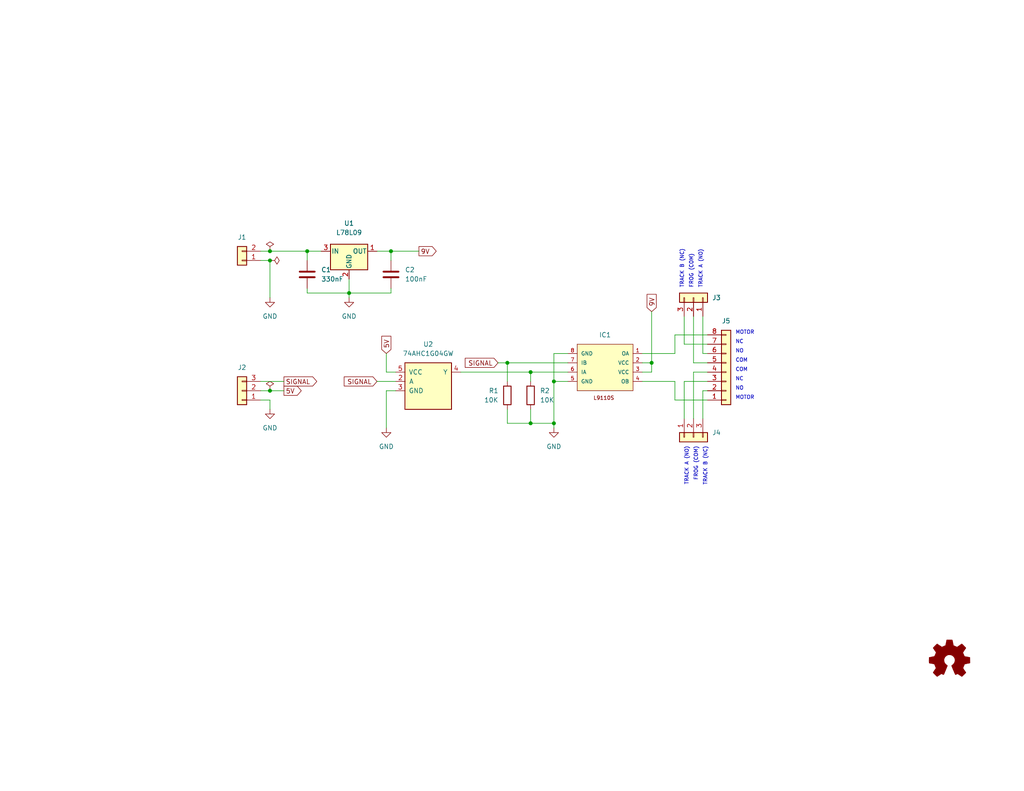
<source format=kicad_sch>
(kicad_sch (version 20211123) (generator eeschema)
  (paper "USLetter")
  (title_block (title "Tortoise Control Board") (date "2022-02-12") (rev "A") (company "Wright Train Works"))
  (lib_symbols
    (symbol "74AHC1G04GW:74AHC1G04GW" (pin_names (offset 1.016))
      (property "Reference" "U" (at -6.35 7.62 0))
      (property "Value" "74AHC1G04GW" (at -6.35 -10.16 0))
      (symbol "74AHC1G04GW_0_0"
        (rectangle (start -6.35 6.35) (end 6.35 -6.35) (stroke (width 0.254)) (fill (type background)))
        (pin no_connect line (at -8.89 -3.81 0) (length 2.54) hide (name "N.C") (number "1"))
        (pin input line (at -8.89 1.27 0) (length 2.64) (name "A") (number "2"))
        (pin passive line (at -8.89 -1.27 0) (length 2.54) (name "GND") (number "3"))
        (pin output line (at 8.89 3.81 180) (length 2.54) (name "Y") (number "4"))
        (pin power_in line (at -8.89 3.81 0) (length 2.54) (name "VCC") (number "5"))
      )
    )
    (symbol "Connector_Generic:Conn_01x02" (pin_names (offset 1.016) hide)
      (property "Reference" "J" (at 0 2.54 0))
      (property "Value" "Conn_01x02" (at 0 -5.08 0))
      (symbol "Conn_01x02_1_1"
        (rectangle (start -1.27 -2.413) (end 0 -2.667) (stroke (width 0.1524)))
        (rectangle (start -1.27 0.127) (end 0 -0.127) (stroke (width 0.1524)))
        (rectangle (start -1.27 1.27) (end 1.27 -3.81) (stroke (width 0.254)) (fill (type background)))
        (pin passive line (at -5.08 0 0) (length 3.81) (name "Pin_1") (number "1"))
        (pin passive line (at -5.08 -2.54 0) (length 3.81) (name "Pin_2") (number "2"))
      )
    )
    (symbol "Connector_Generic:Conn_01x03" (pin_names (offset 1.016) hide)
      (property "Reference" "J" (at 0 5.08 0))
      (property "Value" "Conn_01x03" (at 0 -5.08 0))
      (symbol "Conn_01x03_1_1"
        (rectangle (start -1.27 -2.413) (end 0 -2.667) (stroke (width 0.1524)))
        (rectangle (start -1.27 0.127) (end 0 -0.127) (stroke (width 0.1524)))
        (rectangle (start -1.27 2.667) (end 0 2.413) (stroke (width 0.1524)))
        (rectangle (start -1.27 3.81) (end 1.27 -3.81) (stroke (width 0.254)) (fill (type background)))
        (pin passive line (at -5.08 2.54 0) (length 3.81) (name "Pin_1") (number "1"))
        (pin passive line (at -5.08 0 0) (length 3.81) (name "Pin_2") (number "2"))
        (pin passive line (at -5.08 -2.54 0) (length 3.81) (name "Pin_3") (number "3"))
      )
    )
    (symbol "Connector_Generic:Conn_01x08" (pin_names (offset 1.016) hide)
      (property "Reference" "J" (at 0 10.16 0))
      (property "Value" "Conn_01x08" (at 0 -12.7 0))
      (symbol "Conn_01x08_1_1"
        (rectangle (start -1.27 -10.033) (end 0 -10.287) (stroke (width 0.1524)))
        (rectangle (start -1.27 -7.493) (end 0 -7.747) (stroke (width 0.1524)))
        (rectangle (start -1.27 -4.953) (end 0 -5.207) (stroke (width 0.1524)))
        (rectangle (start -1.27 -2.413) (end 0 -2.667) (stroke (width 0.1524)))
        (rectangle (start -1.27 0.127) (end 0 -0.127) (stroke (width 0.1524)))
        (rectangle (start -1.27 2.667) (end 0 2.413) (stroke (width 0.1524)))
        (rectangle (start -1.27 5.207) (end 0 4.953) (stroke (width 0.1524)))
        (rectangle (start -1.27 7.747) (end 0 7.493) (stroke (width 0.1524)))
        (rectangle (start -1.27 8.89) (end 1.27 -11.43) (stroke (width 0.254)) (fill (type background)))
        (pin passive line (at -5.08 7.62 0) (length 3.81) (name "Pin_1") (number "1"))
        (pin passive line (at -5.08 5.08 0) (length 3.81) (name "Pin_2") (number "2"))
        (pin passive line (at -5.08 2.54 0) (length 3.81) (name "Pin_3") (number "3"))
        (pin passive line (at -5.08 0 0) (length 3.81) (name "Pin_4") (number "4"))
        (pin passive line (at -5.08 -2.54 0) (length 3.81) (name "Pin_5") (number "5"))
        (pin passive line (at -5.08 -5.08 0) (length 3.81) (name "Pin_6") (number "6"))
        (pin passive line (at -5.08 -7.62 0) (length 3.81) (name "Pin_7") (number "7"))
        (pin passive line (at -5.08 -10.16 0) (length 3.81) (name "Pin_8") (number "8"))
      )
    )
    (symbol "Device:C" (pin_numbers hide) (pin_names (offset 0.254))
      (property "Reference" "C" (at 0.635 2.54 0))
      (property "Value" "C" (at 0.635 -2.54 0))
      (symbol "C_0_1"
        (polyline (pts (xy -2.032 -0.762) (xy 2.032 -0.762)) (stroke (width 0.508)))
        (polyline (pts (xy -2.032 0.762) (xy 2.032 0.762)) (stroke (width 0.508)))
      )
      (symbol "C_1_1"
        (pin passive line (at 0 3.81 270) (length 2.794) (name "~") (number "1"))
        (pin passive line (at 0 -3.81 90) (length 2.794) (name "~") (number "2"))
      )
    )
    (symbol "Device:R" (pin_numbers hide) (pin_names (offset 0))
      (property "Reference" "R" (at 2.032 0 90))
      (property "Value" "R" (at 0 0 90))
      (symbol "R_0_1"
        (rectangle (start -1.016 -2.54) (end 1.016 2.54) (stroke (width 0.254)))
      )
      (symbol "R_1_1"
        (pin passive line (at 0 3.81 270) (length 1.27) (name "~") (number "1"))
        (pin passive line (at 0 -3.81 90) (length 1.27) (name "~") (number "2"))
      )
    )
    (symbol "Graphic:Logo_Open_Hardware_Small" (pin_names (offset 1.016))
      (symbol "Logo_Open_Hardware_Small_0_1"
        (polyline (pts (xy 3.3528 -4.3434) (xy 3.302 -4.318) (xy 3.175 -4.2418) (xy 2.9972 -4.1148) (xy 2.7686 -3.9624) (xy 2.54 -3.81) (xy 2.3622 -3.7084) (xy 2.2352 -3.6068) (xy 2.1844 -3.5814) (xy 2.159 -3.6068) (xy 2.0574 -3.6576) (xy 1.905 -3.7338) (xy 1.8034 -3.7846) (xy 1.6764 -3.8354) (xy 1.6002 -3.8354) (xy 1.6002 -3.8354) (xy 1.5494 -3.7338) (xy 1.4732 -3.5306) (xy 1.3462 -3.302) (xy 1.2446 -3.0226) (xy 1.1176 -2.7178) (xy 0.9652 -2.413) (xy 0.8636 -2.1082) (xy 0.7366 -1.8288) (xy 0.6604 -1.6256) (xy 0.6096 -1.4732) (xy 0.5842 -1.397) (xy 0.5842 -1.397) (xy 0.6604 -1.3208) (xy 0.7874 -1.2446) (xy 1.0414 -1.016) (xy 1.2954 -0.6858) (xy 1.4478 -0.3302) (xy 1.524 0.0762) (xy 1.4732 0.4572) (xy 1.3208 0.8128) (xy 1.0668 1.143) (xy 0.762 1.3716) (xy 0.4064 1.524) (xy 0 1.5748) (xy -0.381 1.5494) (xy -0.7366 1.397) (xy -1.0668 1.143) (xy -1.2192 0.9906) (xy -1.397 0.6604) (xy -1.524 0.3048) (xy -1.524 0.2286) (xy -1.4986 -0.1778) (xy -1.397 -0.5334) (xy -1.1938 -0.8636) (xy -0.9144 -1.143) (xy -0.8636 -1.1684) (xy -0.7366 -1.27) (xy -0.635 -1.3462) (xy -0.5842 -1.397) (xy -1.0668 -2.5908) (xy -1.143 -2.794) (xy -1.2954 -3.1242) (xy -1.397 -3.4036) (xy -1.4986 -3.6322) (xy -1.5748 -3.7846) (xy -1.6002 -3.8354) (xy -1.6002 -3.8354) (xy -1.651 -3.8354) (xy -1.7272 -3.81) (xy -1.905 -3.7338) (xy -2.0066 -3.683) (xy -2.1336 -3.6068) (xy -2.2098 -3.5814) (xy -2.2606 -3.6068) (xy -2.3622 -3.683) (xy -2.54 -3.81) (xy -2.7686 -3.9624) (xy -2.9718 -4.0894) (xy -3.1496 -4.2164) (xy -3.302 -4.318) (xy -3.3528 -4.3434) (xy -3.3782 -4.3434) (xy -3.429 -4.318) (xy -3.5306 -4.2164) (xy -3.7084 -4.064) (xy -3.937 -3.8354) (xy -3.9624 -3.81) (xy -4.1656 -3.6068) (xy -4.318 -3.4544) (xy -4.4196 -3.3274) (xy -4.445 -3.2766) (xy -4.445 -3.2766) (xy -4.4196 -3.2258) (xy -4.318 -3.0734) (xy -4.2164 -2.8956) (xy -4.064 -2.667) (xy -3.6576 -2.0828) (xy -3.8862 -1.5494) (xy -3.937 -1.3716) (xy -4.0386 -1.1684) (xy -4.0894 -1.0414) (xy -4.1148 -0.9652) (xy -4.191 -0.9398) (xy -4.318 -0.9144) (xy -4.5466 -0.8636) (xy -4.8006 -0.8128) (xy -5.0546 -0.7874) (xy -5.2578 -0.7366) (xy -5.4356 -0.7112) (xy -5.5118 -0.6858) (xy -5.5118 -0.6858) (xy -5.5372 -0.635) (xy -5.5372 -0.5588) (xy -5.5372 -0.4318) (xy -5.5626 -0.2286) (xy -5.5626 0.0762) (xy -5.5626 0.127) (xy -5.5372 0.4064) (xy -5.5372 0.635) (xy -5.5372 0.762) (xy -5.5372 0.8382) (xy -5.5372 0.8382) (xy -5.461 0.8382) (xy -5.3086 0.889) (xy -5.08 0.9144) (xy -4.826 0.9652) (xy -4.8006 0.9906) (xy -4.5466 1.0414) (xy -4.318 1.0668) (xy -4.1656 1.1176) (xy -4.0894 1.143) (xy -4.0894 1.143) (xy -4.0386 1.2446) (xy -3.9624 1.4224) (xy -3.8608 1.6256) (xy -3.7846 1.8288) (xy -3.7084 2.0066) (xy -3.6576 2.159) (xy -3.6322 2.2098) (xy -3.6322 2.2098) (xy -3.683 2.286) (xy -3.7592 2.413) (xy -3.8862 2.5908) (xy -4.064 2.8194) (xy -4.064 2.8448) (xy -4.2164 3.0734) (xy -4.3434 3.2512) (xy -4.4196 3.3782) (xy -4.445 3.4544) (xy -4.445 3.4544) (xy -4.3942 3.5052) (xy -4.2926 3.6322) (xy -4.1148 3.81) (xy -3.937 4.0132) (xy -3.8608 4.064) (xy -3.6576 4.2926) (xy -3.5052 4.4196) (xy -3.4036 4.4958) (xy -3.3528 4.5212) (xy -3.3528 4.5212) (xy -3.302 4.4704) (xy -3.1496 4.3688) (xy -2.9718 4.2418) (xy -2.7432 4.0894) (xy -2.7178 4.0894) (xy -2.4892 3.937) (xy -2.3114 3.81) (xy -2.1844 3.7084) (xy -2.1336 3.683) (xy -2.1082 3.683) (xy -2.032 3.7084) (xy -1.8542 3.7592) (xy -1.6764 3.8354) (xy -1.4732 3.937) (xy -1.27 4.0132) (xy -1.143 4.064) (xy -1.0668 4.1148) (xy -1.0668 4.1148) (xy -1.0414 4.191) (xy -1.016 4.3434) (xy -0.9652 4.572) (xy -0.9144 4.8514) (xy -0.889 4.9022) (xy -0.8382 5.1562) (xy -0.8128 5.3848) (xy -0.7874 5.5372) (xy -0.762 5.588) (xy -0.7112 5.6134) (xy -0.5842 5.6134) (xy -0.4064 5.6134) (xy -0.1524 5.6134) (xy 0.0762 5.6134) (xy 0.3302 5.6134) (xy 0.5334 5.6134) (xy 0.6858 5.588) (xy 0.7366 5.588) (xy 0.7366 5.588) (xy 0.762 5.5118) (xy 0.8128 5.334) (xy 0.8382 5.1054) (xy 0.9144 4.826) (xy 0.9144 4.7752) (xy 0.9652 4.5212) (xy 1.016 4.2926) (xy 1.0414 4.1402) (xy 1.0668 4.0894) (xy 1.0668 4.0894) (xy 1.1938 4.0386) (xy 1.3716 3.9624) (xy 1.5748 3.8608) (xy 2.0828 3.6576) (xy 2.7178 4.0894) (xy 2.7686 4.1402) (xy 2.9972 4.2926) (xy 3.175 4.4196) (xy 3.302 4.4958) (xy 3.3782 4.5212) (xy 3.3782 4.5212) (xy 3.429 4.4704) (xy 3.556 4.3434) (xy 3.7338 4.191) (xy 3.9116 3.9878) (xy 4.064 3.8354) (xy 4.2418 3.6576) (xy 4.3434 3.556) (xy 4.4196 3.4798) (xy 4.4196 3.429) (xy 4.4196 3.4036) (xy 4.3942 3.3274) (xy 4.2926 3.2004) (xy 4.1656 2.9972) (xy 4.0132 2.794) (xy 3.8862 2.5908) (xy 3.7592 2.3876) (xy 3.6576 2.2352) (xy 3.6322 2.159) (xy 3.6322 2.1336) (xy 3.683 2.0066) (xy 3.7592 1.8288) (xy 3.8608 1.6002) (xy 4.064 1.1176) (xy 4.3942 1.0414) (xy 4.5974 1.016) (xy 4.8768 0.9652) (xy 5.1308 0.9144) (xy 5.5372 0.8382) (xy 5.5626 -0.6604) (xy 5.4864 -0.6858) (xy 5.4356 -0.6858) (xy 5.2832 -0.7366) (xy 5.0546 -0.762) (xy 4.8006 -0.8128) (xy 4.5974 -0.8636) (xy 4.3688 -0.9144) (xy 4.2164 -0.9398) (xy 4.1402 -0.9398) (xy 4.1148 -0.9652) (xy 4.064 -1.0668) (xy 3.9878 -1.2446) (xy 3.9116 -1.4478) (xy 3.81 -1.651) (xy 3.7338 -1.8542) (xy 3.683 -2.0066) (xy 3.6576 -2.0828) (xy 3.683 -2.1336) (xy 3.7846 -2.2606) (xy 3.8862 -2.4638) (xy 4.0386 -2.667) (xy 4.191 -2.8956) (xy 4.318 -3.0734) (xy 4.3942 -3.2004) (xy 4.445 -3.2766) (xy 4.4196 -3.3274) (xy 4.3434 -3.429) (xy 4.1656 -3.5814) (xy 3.937 -3.8354) (xy 3.8862 -3.8608) (xy 3.683 -4.064) (xy 3.5306 -4.2164) (xy 3.4036 -4.318) (xy 3.3528 -4.3434)) (fill (type outline)))
      )
    )
    (symbol "L9110S:L9110S" (pin_names (offset 1.016))
      (property "Reference" "IC" (at 5.08 8.89 0))
      (symbol "L9110S_0_0"
        (rectangle (start -7.62 -5.08) (end 7.62 7.62) (stroke (width 0.1524)) (fill (type background)))
        (text "L9110S" (at -2.54 -7.62 0) (effects (font (size 1 1)) (justify left bottom)))
        (pin output line (at -10.16 5.08 0) (length 2.54) (name "OA") (number "1"))
        (pin power_in line (at -10.16 2.54 0) (length 2.54) (name "VCC") (number "2"))
        (pin power_in line (at -10.16 0 0) (length 2.54) (name "VCC") (number "3"))
        (pin output line (at -10.16 -2.54 0) (length 2.54) (name "OB") (number "4"))
        (pin power_in line (at 10.16 -2.54 180) (length 2.54) (name "GND") (number "5"))
        (pin input line (at 10.16 0 180) (length 2.54) (name "IA") (number "6"))
        (pin input line (at 10.16 2.54 180) (length 2.54) (name "IB") (number "7"))
        (pin power_in line (at 10.16 5.08 180) (length 2.54) (name "GND") (number "8"))
      )
    )
    (symbol "Regulator_Linear:L78L09_SOT89" (pin_names (offset 0.254))
      (property "Reference" "U" (at -3.81 3.175 0))
      (property "Value" "L78L09_SOT89" (at -0.635 3.175 0))
      (symbol "L78L09_SOT89_0_1"
        (rectangle (start -5.08 1.905) (end 5.08 -5.08) (stroke (width 0.254)) (fill (type background)))
      )
      (symbol "L78L09_SOT89_1_1"
        (pin power_out line (at 7.62 0 180) (length 2.54) (name "OUT") (number "1"))
        (pin power_in line (at 0 -7.62 90) (length 2.54) (name "GND") (number "2"))
        (pin power_in line (at -7.62 0 0) (length 2.54) (name "IN") (number "3"))
      )
    )
    (symbol "power:GND" (power) (pin_names (offset 0))
      (property "Value" "GND" (at 0 -3.81 0))
      (symbol "GND_0_1"
        (polyline (pts (xy 0 0) (xy 0 -1.27) (xy 1.27 -1.27) (xy 0 -2.54) (xy -1.27 -1.27) (xy 0 -1.27)))
      )
      (symbol "GND_1_1"
        (pin power_in line (at 0 0 270) (length 0) hide (name "GND") (number "1"))
      )
    )
    (symbol "power:PWR_FLAG" (power) (pin_numbers hide) (pin_names (offset 0) hide)
      (property "Value" "PWR_FLAG" (at 0 3.81 0))
      (symbol "PWR_FLAG_0_0"
        (pin power_out line (at 0 0 90) (length 0) (name "pwr") (number "1"))
      )
      (symbol "PWR_FLAG_0_1"
        (polyline (pts (xy 0 0) (xy 0 1.27) (xy -1.016 1.905) (xy 0 2.54) (xy 1.016 1.905) (xy 0 1.27)))
      )
    )
  )
  (junction (at 144.78 115.57))
  (junction (at 106.68 68.58))
  (junction (at 177.8 99.06))
  (junction (at 151.13 104.14))
  (junction (at 73.66 106.68))
  (junction (at 73.66 68.58))
  (junction (at 83.82 68.58))
  (junction (at 138.43 99.06))
  (junction (at 73.66 71.12))
  (junction (at 151.13 115.57))
  (junction (at 144.78 101.6))
  (junction (at 95.25 80.01))
  (wire (pts (xy 138.43 111.76) (xy 138.43 115.57)))
  (wire (pts (xy 106.68 78.74) (xy 106.68 80.01)))
  (wire (pts (xy 71.12 68.58) (xy 73.66 68.58)))
  (wire (pts (xy 106.68 80.01) (xy 95.25 80.01)))
  (wire (pts (xy 138.43 99.06) (xy 138.43 104.14)))
  (wire (pts (xy 106.68 68.58) (xy 102.87 68.58)))
  (wire (pts (xy 73.66 106.68) (xy 77.47 106.68)))
  (wire (pts (xy 151.13 104.14) (xy 151.13 115.57)))
  (wire (pts (xy 71.12 109.22) (xy 73.66 109.22)))
  (wire (pts (xy 106.68 68.58) (xy 114.3 68.58)))
  (wire (pts (xy 184.15 109.22) (xy 193.04 109.22)))
  (wire (pts (xy 175.26 96.52) (xy 184.15 96.52)))
  (wire (pts (xy 193.04 104.14) (xy 186.69 104.14)))
  (wire (pts (xy 95.25 80.01) (xy 95.25 81.28)))
  (wire (pts (xy 107.95 101.6) (xy 105.41 101.6)))
  (wire (pts (xy 73.66 109.22) (xy 73.66 111.76)))
  (wire (pts (xy 193.04 106.68) (xy 191.77 106.68)))
  (wire (pts (xy 73.66 68.58) (xy 83.82 68.58)))
  (wire (pts (xy 186.69 104.14) (xy 186.69 114.3)))
  (wire (pts (xy 191.77 106.68) (xy 191.77 114.3)))
  (wire (pts (xy 177.8 99.06) (xy 177.8 101.6)))
  (wire (pts (xy 102.87 104.14) (xy 107.95 104.14)))
  (wire (pts (xy 105.41 96.52) (xy 105.41 101.6)))
  (wire (pts (xy 151.13 96.52) (xy 151.13 104.14)))
  (wire (pts (xy 105.41 106.68) (xy 105.41 116.84)))
  (wire (pts (xy 135.89 99.06) (xy 138.43 99.06)))
  (wire (pts (xy 83.82 68.58) (xy 87.63 68.58)))
  (wire (pts (xy 191.77 86.36) (xy 191.77 96.52)))
  (wire (pts (xy 186.69 93.98) (xy 193.04 93.98)))
  (wire (pts (xy 175.26 104.14) (xy 184.15 104.14)))
  (wire (pts (xy 184.15 96.52) (xy 184.15 91.44)))
  (wire (pts (xy 144.78 115.57) (xy 151.13 115.57)))
  (wire (pts (xy 144.78 101.6) (xy 154.94 101.6)))
  (wire (pts (xy 184.15 104.14) (xy 184.15 109.22)))
  (wire (pts (xy 71.12 71.12) (xy 73.66 71.12)))
  (wire (pts (xy 106.68 71.12) (xy 106.68 68.58)))
  (wire (pts (xy 144.78 111.76) (xy 144.78 115.57)))
  (wire (pts (xy 125.73 101.6) (xy 144.78 101.6)))
  (wire (pts (xy 138.43 99.06) (xy 154.94 99.06)))
  (wire (pts (xy 83.82 80.01) (xy 95.25 80.01)))
  (wire (pts (xy 151.13 115.57) (xy 151.13 116.84)))
  (wire (pts (xy 71.12 106.68) (xy 73.66 106.68)))
  (wire (pts (xy 151.13 104.14) (xy 154.94 104.14)))
  (wire (pts (xy 189.23 101.6) (xy 193.04 101.6)))
  (wire (pts (xy 175.26 99.06) (xy 177.8 99.06)))
  (wire (pts (xy 189.23 86.36) (xy 189.23 99.06)))
  (wire (pts (xy 186.69 86.36) (xy 186.69 93.98)))
  (wire (pts (xy 144.78 101.6) (xy 144.78 104.14)))
  (wire (pts (xy 154.94 96.52) (xy 151.13 96.52)))
  (wire (pts (xy 138.43 115.57) (xy 144.78 115.57)))
  (wire (pts (xy 177.8 85.09) (xy 177.8 99.06)))
  (wire (pts (xy 184.15 91.44) (xy 193.04 91.44)))
  (wire (pts (xy 73.66 71.12) (xy 73.66 81.28)))
  (wire (pts (xy 71.12 104.14) (xy 77.47 104.14)))
  (wire (pts (xy 191.77 96.52) (xy 193.04 96.52)))
  (wire (pts (xy 83.82 78.74) (xy 83.82 80.01)))
  (wire (pts (xy 189.23 99.06) (xy 193.04 99.06)))
  (wire (pts (xy 107.95 106.68) (xy 105.41 106.68)))
  (wire (pts (xy 189.23 114.3) (xy 189.23 101.6)))
  (wire (pts (xy 83.82 68.58) (xy 83.82 71.12)))
  (wire (pts (xy 175.26 101.6) (xy 177.8 101.6)))
  (wire (pts (xy 95.25 76.2) (xy 95.25 80.01)))
  (text "TRACK A (NO)" (at 191.77 78.74 90) (effects (font (size 1 1)) (justify left bottom)))
  (text "NC" (at 200.66 104.14 0) (effects (font (size 1 1)) (justify left bottom)))
  (text "NO" (at 200.66 96.52 0) (effects (font (size 1 1)) (justify left bottom)))
  (text "COM" (at 200.66 101.6 0) (effects (font (size 1 1)) (justify left bottom)))
  (text "NO" (at 200.66 106.68 0) (effects (font (size 1 1)) (justify left bottom)))
  (text "TRACK A (NO)" (at 187.96 121.92 270) (effects (font (size 1 1)) (justify right bottom)))
  (text "COM" (at 200.66 99.06 0) (effects (font (size 1 1)) (justify left bottom)))
  (text "TRACK B (NC)" (at 193.04 121.92 270) (effects (font (size 1 1)) (justify right bottom)))
  (text "FROG (COM)" (at 189.23 78.74 90) (effects (font (size 1 1)) (justify left bottom)))
  (text "MOTOR" (at 200.66 91.44 0) (effects (font (size 1 1)) (justify left bottom)))
  (text "MOTOR" (at 200.66 109.22 0) (effects (font (size 1 1)) (justify left bottom)))
  (text "NC" (at 200.66 93.98 0) (effects (font (size 1 1)) (justify left bottom)))
  (text "FROG (COM)" (at 190.5 121.92 270) (effects (font (size 1 1)) (justify right bottom)))
  (text "TRACK B (NC)" (at 186.69 78.74 90) (effects (font (size 1 1)) (justify left bottom)))
  (global_label "9V" (shape output) (at 114.3 68.58 0) (property "Intersheet References" "${INTERSHEET_REFS}" (effects hide)))
  (global_label "SIGNAL" (shape input) (at 135.89 99.06 180) (property "Intersheet References" "${INTERSHEET_REFS}" (effects hide)))
  (global_label "5V" (shape input) (at 105.41 96.52 90) (property "Intersheet References" "${INTERSHEET_REFS}" (effects hide)))
  (global_label "9V" (shape input) (at 177.8 85.09 90) (property "Intersheet References" "${INTERSHEET_REFS}" (effects hide)))
  (global_label "SIGNAL" (shape output) (at 77.47 104.14 0) (property "Intersheet References" "${INTERSHEET_REFS}" (effects hide)))
  (global_label "5V" (shape output) (at 77.47 106.68 0) (property "Intersheet References" "${INTERSHEET_REFS}" (effects hide)))
  (global_label "SIGNAL" (shape input) (at 102.87 104.14 180) (property "Intersheet References" "${INTERSHEET_REFS}" (effects hide)))
  (symbol (lib_id "Device:R") (at 138.43 107.95 0) (unit 1)
    (property "Reference" "R1" (at 133.35 106.68 0) (effects (justify left)))
    (property "Value" "10K" (at 132.08 109.22 0) (effects (justify left)))
    (property "Footprint" "Resistor_SMD:R_0603_1608Metric" (effects hide))
    (property "JLCPCB" "C25804" (effects hide))
    (property "LCSC" "C25804" (effects hide))
  )
  (symbol (lib_id "Graphic:Logo_Open_Hardware_Small") (at 259.08 180.34 0) (unit 1)
    (property "Reference" "#LOGO1" (effects hide))
    (property "Value" "Logo_Open_Hardware_Small" (effects hide))
  )
  (symbol (lib_id "Regulator_Linear:L78L09_SOT89") (at 95.25 68.58 0) (unit 1)
    (property "Reference" "U1" (at 95.25 60.96 0))
    (property "Value" "L78L09" (at 95.25 63.5 0))
    (property "Footprint" "Package_TO_SOT_SMD:SOT-89-3" (effects hide))
    (property "Datasheet" "http://www.st.com/content/ccc/resource/technical/document/datasheet/15/55/e5/aa/23/5b/43/fd/CD00000446.pdf/files/CD00000446.pdf/jcr:content/translations/en.CD00000446.pdf" (effects hide))
    (property "JLCPCB" "C8614" (effects hide))
    (property "LCSC" "C8614" (effects hide))
  )
  (symbol (lib_id "power:GND") (at 95.25 81.28 0) (unit 1)
    (property "Reference" "#PWR03" (effects hide))
    (property "Value" "GND" (at 95.25 86.36 0))
  )
  (symbol (lib_id "power:GND") (at 151.13 116.84 0) (unit 1)
    (property "Reference" "#PWR05" (effects hide))
    (property "Value" "GND" (at 151.13 121.92 0))
  )
  (symbol (lib_id "power:GND") (at 105.41 116.84 0) (unit 1)
    (property "Reference" "#PWR04" (effects hide))
    (property "Value" "GND" (at 105.41 121.92 0))
  )
  (symbol (lib_id "Connector_Generic:Conn_01x02") (at 66.04 71.12 180) (unit 1)
    (property "Reference" "J1" (at 66.04 64.77 0))
    (property "Value" "Conn_01x02" (effects hide))
    (property "Footprint" "TerminalBlock_Phoenix:TerminalBlock_Phoenix_PT-1,5-2-3.5-H_1x02_P3.50mm_Horizontal" (effects hide))
  )
  (symbol (lib_id "Connector_Generic:Conn_01x08") (at 198.12 101.6 0) (mirror x) (unit 1)
    (property "Reference" "J5" (at 198.12 87.63 0))
    (property "Value" "Conn_01x08" (effects hide))
    (property "Footprint" "EBM08DSXN:EBM08DSXN" (effects hide))
    (property "Sullins" "EBM08DSXN" (effects hide))
    (property "DigiKey" "S9676-ND" (effects hide))
  )
  (symbol (lib_id "Device:R") (at 144.78 107.95 0) (unit 1)
    (property "Reference" "R2" (at 147.32 106.6799 0) (effects (justify left)))
    (property "Value" "10K" (at 147.32 109.2199 0) (effects (justify left)))
    (property "Footprint" "Resistor_SMD:R_0603_1608Metric" (effects hide))
    (property "JLCPCB" "C25804" (effects hide))
    (property "LCSC" "C25804" (effects hide))
  )
  (symbol (lib_id "Device:C") (at 106.68 74.93 0) (unit 1)
    (property "Reference" "C2" (at 110.49 73.6599 0) (effects (justify left)))
    (property "Value" "100nF" (at 110.49 76.1999 0) (effects (justify left)))
    (property "Footprint" "Capacitor_SMD:C_0603_1608Metric" (effects hide))
    (property "JLCPCB" "C14663" (effects hide))
    (property "LCSC" "C14663" (effects hide))
  )
  (symbol (lib_id "Connector_Generic:Conn_01x03") (at 66.04 106.68 180) (unit 1)
    (property "Reference" "J2" (at 66.04 100.33 0))
    (property "Value" "Conn_01x03" (effects hide))
    (property "Footprint" "Connector_PinHeader_2.54mm:PinHeader_1x03_P2.54mm_Horizontal" (effects hide))
  )
  (symbol (lib_id "Connector_Generic:Conn_01x03") (at 189.23 81.28 270) (mirror x) (unit 1)
    (property "Reference" "J3" (at 194.31 81.2799 90) (effects (justify left)))
    (property "Value" "Conn_01x03" (effects hide))
    (property "Footprint" "TerminalBlock_Phoenix:TerminalBlock_Phoenix_PT-1,5-3-3.5-H_1x03_P3.50mm_Horizontal" (effects hide))
  )
  (symbol (lib_id "power:PWR_FLAG") (at 73.66 71.12 270) (unit 1)
    (property "Reference" "#FLG02" (effects hide))
    (property "Value" "PWR_FLAG" (effects hide))
  )
  (symbol (lib_id "Device:C") (at 83.82 74.93 0) (unit 1)
    (property "Reference" "C1" (at 87.63 73.6599 0) (effects (justify left)))
    (property "Value" "330nF" (at 87.63 76.1999 0) (effects (justify left)))
    (property "Footprint" "Capacitor_SMD:C_0603_1608Metric" (effects hide))
    (property "JLCPCB" "C1615" (effects hide))
    (property "LCSC" "C1615" (effects hide))
  )
  (symbol (lib_id "power:GND") (at 73.66 81.28 0) (mirror y) (unit 1)
    (property "Reference" "#PWR01" (effects hide))
    (property "Value" "GND" (at 73.66 86.36 0))
  )
  (symbol (lib_id "74AHC1G04GW:74AHC1G04GW") (at 116.84 105.41 0) (unit 1)
    (property "Reference" "U2" (at 116.84 93.98 0))
    (property "Value" "74AHC1G04GW" (at 116.84 96.52 0))
    (property "Footprint" "Package_TO_SOT_SMD:SOT-353_SC-70-5" (effects hide))
    (property "JLCPCB" "C148197" (effects hide))
    (property "LCSC" "C148197" (effects hide))
  )
  (symbol (lib_id "power:PWR_FLAG") (at 73.66 68.58 0) (unit 1)
    (property "Reference" "#FLG01" (effects hide))
    (property "Value" "PWR_FLAG" (effects hide))
  )
  (symbol (lib_id "L9110S:L9110S") (at 165.1 101.6 0) (mirror y) (unit 1)
    (property "Reference" "IC1" (at 165.1 91.44 0))
    (property "Value" "L9110S" (effects hide))
    (property "Footprint" "Package_SO:SOIC-8_3.9x4.9mm_P1.27mm" (effects hide))
    (property "JLCPCB" "C725793" (effects hide))
    (property "LCSC" "C725793" (effects hide))
  )
  (symbol (lib_id "power:GND") (at 73.66 111.76 0) (unit 1)
    (property "Reference" "#PWR02" (effects hide))
    (property "Value" "GND" (at 73.66 116.84 0))
  )
  (symbol (lib_id "Connector_Generic:Conn_01x03") (at 189.23 119.38 90) (mirror x) (unit 1)
    (property "Reference" "J4" (at 194.31 118.1099 90) (effects (justify right)))
    (property "Value" "Conn_01x03" (effects hide))
    (property "Footprint" "TerminalBlock_Phoenix:TerminalBlock_Phoenix_PT-1,5-3-3.5-H_1x03_P3.50mm_Horizontal" (effects hide))
  )
  (symbol (lib_id "power:PWR_FLAG") (at 73.66 106.68 0) (unit 1)
    (property "Reference" "#FLG03" (effects hide))
    (property "Value" "PWR_FLAG" (effects hide))
  )
)
</source>
